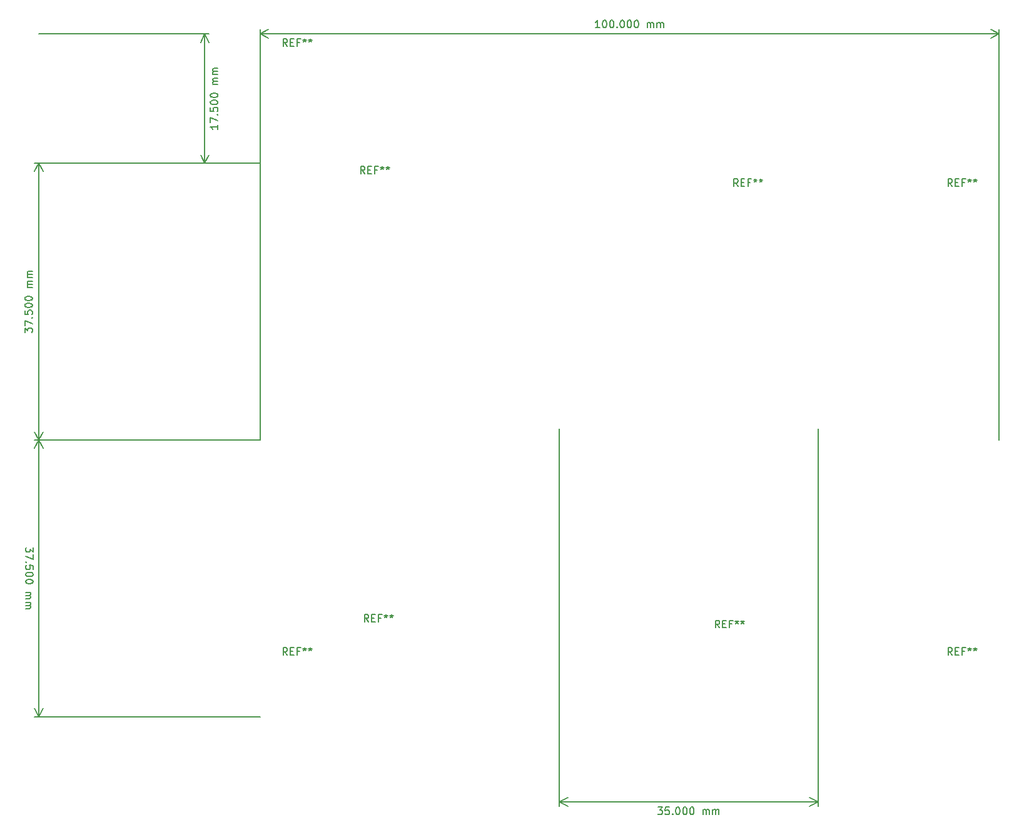
<source format=gbr>
%TF.GenerationSoftware,KiCad,Pcbnew,5.1.6-c6e7f7d~87~ubuntu20.04.1*%
%TF.CreationDate,2020-09-17T17:53:29+01:00*%
%TF.ProjectId,pcb-illuminator,7063622d-696c-46c7-956d-696e61746f72,rev?*%
%TF.SameCoordinates,Original*%
%TF.FileFunction,OtherDrawing,Comment*%
%FSLAX46Y46*%
G04 Gerber Fmt 4.6, Leading zero omitted, Abs format (unit mm)*
G04 Created by KiCad (PCBNEW 5.1.6-c6e7f7d~87~ubuntu20.04.1) date 2020-09-17 17:53:29*
%MOMM*%
%LPD*%
G01*
G04 APERTURE LIST*
%ADD10C,0.150000*%
G04 APERTURE END LIST*
D10*
X148809523Y-164752380D02*
X149428571Y-164752380D01*
X149095238Y-165133333D01*
X149238095Y-165133333D01*
X149333333Y-165180952D01*
X149380952Y-165228571D01*
X149428571Y-165323809D01*
X149428571Y-165561904D01*
X149380952Y-165657142D01*
X149333333Y-165704761D01*
X149238095Y-165752380D01*
X148952380Y-165752380D01*
X148857142Y-165704761D01*
X148809523Y-165657142D01*
X150333333Y-164752380D02*
X149857142Y-164752380D01*
X149809523Y-165228571D01*
X149857142Y-165180952D01*
X149952380Y-165133333D01*
X150190476Y-165133333D01*
X150285714Y-165180952D01*
X150333333Y-165228571D01*
X150380952Y-165323809D01*
X150380952Y-165561904D01*
X150333333Y-165657142D01*
X150285714Y-165704761D01*
X150190476Y-165752380D01*
X149952380Y-165752380D01*
X149857142Y-165704761D01*
X149809523Y-165657142D01*
X150809523Y-165657142D02*
X150857142Y-165704761D01*
X150809523Y-165752380D01*
X150761904Y-165704761D01*
X150809523Y-165657142D01*
X150809523Y-165752380D01*
X151476190Y-164752380D02*
X151571428Y-164752380D01*
X151666666Y-164800000D01*
X151714285Y-164847619D01*
X151761904Y-164942857D01*
X151809523Y-165133333D01*
X151809523Y-165371428D01*
X151761904Y-165561904D01*
X151714285Y-165657142D01*
X151666666Y-165704761D01*
X151571428Y-165752380D01*
X151476190Y-165752380D01*
X151380952Y-165704761D01*
X151333333Y-165657142D01*
X151285714Y-165561904D01*
X151238095Y-165371428D01*
X151238095Y-165133333D01*
X151285714Y-164942857D01*
X151333333Y-164847619D01*
X151380952Y-164800000D01*
X151476190Y-164752380D01*
X152428571Y-164752380D02*
X152523809Y-164752380D01*
X152619047Y-164800000D01*
X152666666Y-164847619D01*
X152714285Y-164942857D01*
X152761904Y-165133333D01*
X152761904Y-165371428D01*
X152714285Y-165561904D01*
X152666666Y-165657142D01*
X152619047Y-165704761D01*
X152523809Y-165752380D01*
X152428571Y-165752380D01*
X152333333Y-165704761D01*
X152285714Y-165657142D01*
X152238095Y-165561904D01*
X152190476Y-165371428D01*
X152190476Y-165133333D01*
X152238095Y-164942857D01*
X152285714Y-164847619D01*
X152333333Y-164800000D01*
X152428571Y-164752380D01*
X153380952Y-164752380D02*
X153476190Y-164752380D01*
X153571428Y-164800000D01*
X153619047Y-164847619D01*
X153666666Y-164942857D01*
X153714285Y-165133333D01*
X153714285Y-165371428D01*
X153666666Y-165561904D01*
X153619047Y-165657142D01*
X153571428Y-165704761D01*
X153476190Y-165752380D01*
X153380952Y-165752380D01*
X153285714Y-165704761D01*
X153238095Y-165657142D01*
X153190476Y-165561904D01*
X153142857Y-165371428D01*
X153142857Y-165133333D01*
X153190476Y-164942857D01*
X153238095Y-164847619D01*
X153285714Y-164800000D01*
X153380952Y-164752380D01*
X154904761Y-165752380D02*
X154904761Y-165085714D01*
X154904761Y-165180952D02*
X154952380Y-165133333D01*
X155047619Y-165085714D01*
X155190476Y-165085714D01*
X155285714Y-165133333D01*
X155333333Y-165228571D01*
X155333333Y-165752380D01*
X155333333Y-165228571D02*
X155380952Y-165133333D01*
X155476190Y-165085714D01*
X155619047Y-165085714D01*
X155714285Y-165133333D01*
X155761904Y-165228571D01*
X155761904Y-165752380D01*
X156238095Y-165752380D02*
X156238095Y-165085714D01*
X156238095Y-165180952D02*
X156285714Y-165133333D01*
X156380952Y-165085714D01*
X156523809Y-165085714D01*
X156619047Y-165133333D01*
X156666666Y-165228571D01*
X156666666Y-165752380D01*
X156666666Y-165228571D02*
X156714285Y-165133333D01*
X156809523Y-165085714D01*
X156952380Y-165085714D01*
X157047619Y-165133333D01*
X157095238Y-165228571D01*
X157095238Y-165752380D01*
X135500000Y-164000000D02*
X170500000Y-164000000D01*
X135500000Y-113500000D02*
X135500000Y-164586421D01*
X170500000Y-113500000D02*
X170500000Y-164586421D01*
X170500000Y-164000000D02*
X169373496Y-164586421D01*
X170500000Y-164000000D02*
X169373496Y-163413579D01*
X135500000Y-164000000D02*
X136626504Y-164586421D01*
X135500000Y-164000000D02*
X136626504Y-163413579D01*
X89252380Y-72321428D02*
X89252380Y-72892857D01*
X89252380Y-72607142D02*
X88252380Y-72607142D01*
X88395238Y-72702380D01*
X88490476Y-72797619D01*
X88538095Y-72892857D01*
X88252380Y-71988095D02*
X88252380Y-71321428D01*
X89252380Y-71750000D01*
X89157142Y-70940476D02*
X89204761Y-70892857D01*
X89252380Y-70940476D01*
X89204761Y-70988095D01*
X89157142Y-70940476D01*
X89252380Y-70940476D01*
X88252380Y-69988095D02*
X88252380Y-70464285D01*
X88728571Y-70511904D01*
X88680952Y-70464285D01*
X88633333Y-70369047D01*
X88633333Y-70130952D01*
X88680952Y-70035714D01*
X88728571Y-69988095D01*
X88823809Y-69940476D01*
X89061904Y-69940476D01*
X89157142Y-69988095D01*
X89204761Y-70035714D01*
X89252380Y-70130952D01*
X89252380Y-70369047D01*
X89204761Y-70464285D01*
X89157142Y-70511904D01*
X88252380Y-69321428D02*
X88252380Y-69226190D01*
X88300000Y-69130952D01*
X88347619Y-69083333D01*
X88442857Y-69035714D01*
X88633333Y-68988095D01*
X88871428Y-68988095D01*
X89061904Y-69035714D01*
X89157142Y-69083333D01*
X89204761Y-69130952D01*
X89252380Y-69226190D01*
X89252380Y-69321428D01*
X89204761Y-69416666D01*
X89157142Y-69464285D01*
X89061904Y-69511904D01*
X88871428Y-69559523D01*
X88633333Y-69559523D01*
X88442857Y-69511904D01*
X88347619Y-69464285D01*
X88300000Y-69416666D01*
X88252380Y-69321428D01*
X88252380Y-68369047D02*
X88252380Y-68273809D01*
X88300000Y-68178571D01*
X88347619Y-68130952D01*
X88442857Y-68083333D01*
X88633333Y-68035714D01*
X88871428Y-68035714D01*
X89061904Y-68083333D01*
X89157142Y-68130952D01*
X89204761Y-68178571D01*
X89252380Y-68273809D01*
X89252380Y-68369047D01*
X89204761Y-68464285D01*
X89157142Y-68511904D01*
X89061904Y-68559523D01*
X88871428Y-68607142D01*
X88633333Y-68607142D01*
X88442857Y-68559523D01*
X88347619Y-68511904D01*
X88300000Y-68464285D01*
X88252380Y-68369047D01*
X89252380Y-66845238D02*
X88585714Y-66845238D01*
X88680952Y-66845238D02*
X88633333Y-66797619D01*
X88585714Y-66702380D01*
X88585714Y-66559523D01*
X88633333Y-66464285D01*
X88728571Y-66416666D01*
X89252380Y-66416666D01*
X88728571Y-66416666D02*
X88633333Y-66369047D01*
X88585714Y-66273809D01*
X88585714Y-66130952D01*
X88633333Y-66035714D01*
X88728571Y-65988095D01*
X89252380Y-65988095D01*
X89252380Y-65511904D02*
X88585714Y-65511904D01*
X88680952Y-65511904D02*
X88633333Y-65464285D01*
X88585714Y-65369047D01*
X88585714Y-65226190D01*
X88633333Y-65130952D01*
X88728571Y-65083333D01*
X89252380Y-65083333D01*
X88728571Y-65083333D02*
X88633333Y-65035714D01*
X88585714Y-64940476D01*
X88585714Y-64797619D01*
X88633333Y-64702380D01*
X88728571Y-64654761D01*
X89252380Y-64654761D01*
X87500000Y-77500000D02*
X87500000Y-60000000D01*
X65000000Y-77500000D02*
X88086421Y-77500000D01*
X65000000Y-60000000D02*
X88086421Y-60000000D01*
X87500000Y-60000000D02*
X88086421Y-61126504D01*
X87500000Y-60000000D02*
X86913579Y-61126504D01*
X87500000Y-77500000D02*
X88086421Y-76373496D01*
X87500000Y-77500000D02*
X86913579Y-76373496D01*
X63152380Y-100440476D02*
X63152380Y-99821428D01*
X63533333Y-100154761D01*
X63533333Y-100011904D01*
X63580952Y-99916666D01*
X63628571Y-99869047D01*
X63723809Y-99821428D01*
X63961904Y-99821428D01*
X64057142Y-99869047D01*
X64104761Y-99916666D01*
X64152380Y-100011904D01*
X64152380Y-100297619D01*
X64104761Y-100392857D01*
X64057142Y-100440476D01*
X63152380Y-99488095D02*
X63152380Y-98821428D01*
X64152380Y-99250000D01*
X64057142Y-98440476D02*
X64104761Y-98392857D01*
X64152380Y-98440476D01*
X64104761Y-98488095D01*
X64057142Y-98440476D01*
X64152380Y-98440476D01*
X63152380Y-97488095D02*
X63152380Y-97964285D01*
X63628571Y-98011904D01*
X63580952Y-97964285D01*
X63533333Y-97869047D01*
X63533333Y-97630952D01*
X63580952Y-97535714D01*
X63628571Y-97488095D01*
X63723809Y-97440476D01*
X63961904Y-97440476D01*
X64057142Y-97488095D01*
X64104761Y-97535714D01*
X64152380Y-97630952D01*
X64152380Y-97869047D01*
X64104761Y-97964285D01*
X64057142Y-98011904D01*
X63152380Y-96821428D02*
X63152380Y-96726190D01*
X63200000Y-96630952D01*
X63247619Y-96583333D01*
X63342857Y-96535714D01*
X63533333Y-96488095D01*
X63771428Y-96488095D01*
X63961904Y-96535714D01*
X64057142Y-96583333D01*
X64104761Y-96630952D01*
X64152380Y-96726190D01*
X64152380Y-96821428D01*
X64104761Y-96916666D01*
X64057142Y-96964285D01*
X63961904Y-97011904D01*
X63771428Y-97059523D01*
X63533333Y-97059523D01*
X63342857Y-97011904D01*
X63247619Y-96964285D01*
X63200000Y-96916666D01*
X63152380Y-96821428D01*
X63152380Y-95869047D02*
X63152380Y-95773809D01*
X63200000Y-95678571D01*
X63247619Y-95630952D01*
X63342857Y-95583333D01*
X63533333Y-95535714D01*
X63771428Y-95535714D01*
X63961904Y-95583333D01*
X64057142Y-95630952D01*
X64104761Y-95678571D01*
X64152380Y-95773809D01*
X64152380Y-95869047D01*
X64104761Y-95964285D01*
X64057142Y-96011904D01*
X63961904Y-96059523D01*
X63771428Y-96107142D01*
X63533333Y-96107142D01*
X63342857Y-96059523D01*
X63247619Y-96011904D01*
X63200000Y-95964285D01*
X63152380Y-95869047D01*
X64152380Y-94345238D02*
X63485714Y-94345238D01*
X63580952Y-94345238D02*
X63533333Y-94297619D01*
X63485714Y-94202380D01*
X63485714Y-94059523D01*
X63533333Y-93964285D01*
X63628571Y-93916666D01*
X64152380Y-93916666D01*
X63628571Y-93916666D02*
X63533333Y-93869047D01*
X63485714Y-93773809D01*
X63485714Y-93630952D01*
X63533333Y-93535714D01*
X63628571Y-93488095D01*
X64152380Y-93488095D01*
X64152380Y-93011904D02*
X63485714Y-93011904D01*
X63580952Y-93011904D02*
X63533333Y-92964285D01*
X63485714Y-92869047D01*
X63485714Y-92726190D01*
X63533333Y-92630952D01*
X63628571Y-92583333D01*
X64152380Y-92583333D01*
X63628571Y-92583333D02*
X63533333Y-92535714D01*
X63485714Y-92440476D01*
X63485714Y-92297619D01*
X63533333Y-92202380D01*
X63628571Y-92154761D01*
X64152380Y-92154761D01*
X65000000Y-115000000D02*
X65000000Y-77500000D01*
X95000000Y-115000000D02*
X64413579Y-115000000D01*
X95000000Y-77500000D02*
X64413579Y-77500000D01*
X65000000Y-77500000D02*
X65586421Y-78626504D01*
X65000000Y-77500000D02*
X64413579Y-78626504D01*
X65000000Y-115000000D02*
X65586421Y-113873496D01*
X65000000Y-115000000D02*
X64413579Y-113873496D01*
X64247619Y-129559523D02*
X64247619Y-130178571D01*
X63866666Y-129845238D01*
X63866666Y-129988095D01*
X63819047Y-130083333D01*
X63771428Y-130130952D01*
X63676190Y-130178571D01*
X63438095Y-130178571D01*
X63342857Y-130130952D01*
X63295238Y-130083333D01*
X63247619Y-129988095D01*
X63247619Y-129702380D01*
X63295238Y-129607142D01*
X63342857Y-129559523D01*
X64247619Y-130511904D02*
X64247619Y-131178571D01*
X63247619Y-130750000D01*
X63342857Y-131559523D02*
X63295238Y-131607142D01*
X63247619Y-131559523D01*
X63295238Y-131511904D01*
X63342857Y-131559523D01*
X63247619Y-131559523D01*
X64247619Y-132511904D02*
X64247619Y-132035714D01*
X63771428Y-131988095D01*
X63819047Y-132035714D01*
X63866666Y-132130952D01*
X63866666Y-132369047D01*
X63819047Y-132464285D01*
X63771428Y-132511904D01*
X63676190Y-132559523D01*
X63438095Y-132559523D01*
X63342857Y-132511904D01*
X63295238Y-132464285D01*
X63247619Y-132369047D01*
X63247619Y-132130952D01*
X63295238Y-132035714D01*
X63342857Y-131988095D01*
X64247619Y-133178571D02*
X64247619Y-133273809D01*
X64200000Y-133369047D01*
X64152380Y-133416666D01*
X64057142Y-133464285D01*
X63866666Y-133511904D01*
X63628571Y-133511904D01*
X63438095Y-133464285D01*
X63342857Y-133416666D01*
X63295238Y-133369047D01*
X63247619Y-133273809D01*
X63247619Y-133178571D01*
X63295238Y-133083333D01*
X63342857Y-133035714D01*
X63438095Y-132988095D01*
X63628571Y-132940476D01*
X63866666Y-132940476D01*
X64057142Y-132988095D01*
X64152380Y-133035714D01*
X64200000Y-133083333D01*
X64247619Y-133178571D01*
X64247619Y-134130952D02*
X64247619Y-134226190D01*
X64200000Y-134321428D01*
X64152380Y-134369047D01*
X64057142Y-134416666D01*
X63866666Y-134464285D01*
X63628571Y-134464285D01*
X63438095Y-134416666D01*
X63342857Y-134369047D01*
X63295238Y-134321428D01*
X63247619Y-134226190D01*
X63247619Y-134130952D01*
X63295238Y-134035714D01*
X63342857Y-133988095D01*
X63438095Y-133940476D01*
X63628571Y-133892857D01*
X63866666Y-133892857D01*
X64057142Y-133940476D01*
X64152380Y-133988095D01*
X64200000Y-134035714D01*
X64247619Y-134130952D01*
X63247619Y-135654761D02*
X63914285Y-135654761D01*
X63819047Y-135654761D02*
X63866666Y-135702380D01*
X63914285Y-135797619D01*
X63914285Y-135940476D01*
X63866666Y-136035714D01*
X63771428Y-136083333D01*
X63247619Y-136083333D01*
X63771428Y-136083333D02*
X63866666Y-136130952D01*
X63914285Y-136226190D01*
X63914285Y-136369047D01*
X63866666Y-136464285D01*
X63771428Y-136511904D01*
X63247619Y-136511904D01*
X63247619Y-136988095D02*
X63914285Y-136988095D01*
X63819047Y-136988095D02*
X63866666Y-137035714D01*
X63914285Y-137130952D01*
X63914285Y-137273809D01*
X63866666Y-137369047D01*
X63771428Y-137416666D01*
X63247619Y-137416666D01*
X63771428Y-137416666D02*
X63866666Y-137464285D01*
X63914285Y-137559523D01*
X63914285Y-137702380D01*
X63866666Y-137797619D01*
X63771428Y-137845238D01*
X63247619Y-137845238D01*
X65000000Y-115000000D02*
X65000000Y-152500000D01*
X95000000Y-115000000D02*
X64413579Y-115000000D01*
X95000000Y-152500000D02*
X64413579Y-152500000D01*
X65000000Y-152500000D02*
X64413579Y-151373496D01*
X65000000Y-152500000D02*
X65586421Y-151373496D01*
X65000000Y-115000000D02*
X64413579Y-116126504D01*
X65000000Y-115000000D02*
X65586421Y-116126504D01*
X140952380Y-59152380D02*
X140380952Y-59152380D01*
X140666666Y-59152380D02*
X140666666Y-58152380D01*
X140571428Y-58295238D01*
X140476190Y-58390476D01*
X140380952Y-58438095D01*
X141571428Y-58152380D02*
X141666666Y-58152380D01*
X141761904Y-58200000D01*
X141809523Y-58247619D01*
X141857142Y-58342857D01*
X141904761Y-58533333D01*
X141904761Y-58771428D01*
X141857142Y-58961904D01*
X141809523Y-59057142D01*
X141761904Y-59104761D01*
X141666666Y-59152380D01*
X141571428Y-59152380D01*
X141476190Y-59104761D01*
X141428571Y-59057142D01*
X141380952Y-58961904D01*
X141333333Y-58771428D01*
X141333333Y-58533333D01*
X141380952Y-58342857D01*
X141428571Y-58247619D01*
X141476190Y-58200000D01*
X141571428Y-58152380D01*
X142523809Y-58152380D02*
X142619047Y-58152380D01*
X142714285Y-58200000D01*
X142761904Y-58247619D01*
X142809523Y-58342857D01*
X142857142Y-58533333D01*
X142857142Y-58771428D01*
X142809523Y-58961904D01*
X142761904Y-59057142D01*
X142714285Y-59104761D01*
X142619047Y-59152380D01*
X142523809Y-59152380D01*
X142428571Y-59104761D01*
X142380952Y-59057142D01*
X142333333Y-58961904D01*
X142285714Y-58771428D01*
X142285714Y-58533333D01*
X142333333Y-58342857D01*
X142380952Y-58247619D01*
X142428571Y-58200000D01*
X142523809Y-58152380D01*
X143285714Y-59057142D02*
X143333333Y-59104761D01*
X143285714Y-59152380D01*
X143238095Y-59104761D01*
X143285714Y-59057142D01*
X143285714Y-59152380D01*
X143952380Y-58152380D02*
X144047619Y-58152380D01*
X144142857Y-58200000D01*
X144190476Y-58247619D01*
X144238095Y-58342857D01*
X144285714Y-58533333D01*
X144285714Y-58771428D01*
X144238095Y-58961904D01*
X144190476Y-59057142D01*
X144142857Y-59104761D01*
X144047619Y-59152380D01*
X143952380Y-59152380D01*
X143857142Y-59104761D01*
X143809523Y-59057142D01*
X143761904Y-58961904D01*
X143714285Y-58771428D01*
X143714285Y-58533333D01*
X143761904Y-58342857D01*
X143809523Y-58247619D01*
X143857142Y-58200000D01*
X143952380Y-58152380D01*
X144904761Y-58152380D02*
X145000000Y-58152380D01*
X145095238Y-58200000D01*
X145142857Y-58247619D01*
X145190476Y-58342857D01*
X145238095Y-58533333D01*
X145238095Y-58771428D01*
X145190476Y-58961904D01*
X145142857Y-59057142D01*
X145095238Y-59104761D01*
X145000000Y-59152380D01*
X144904761Y-59152380D01*
X144809523Y-59104761D01*
X144761904Y-59057142D01*
X144714285Y-58961904D01*
X144666666Y-58771428D01*
X144666666Y-58533333D01*
X144714285Y-58342857D01*
X144761904Y-58247619D01*
X144809523Y-58200000D01*
X144904761Y-58152380D01*
X145857142Y-58152380D02*
X145952380Y-58152380D01*
X146047619Y-58200000D01*
X146095238Y-58247619D01*
X146142857Y-58342857D01*
X146190476Y-58533333D01*
X146190476Y-58771428D01*
X146142857Y-58961904D01*
X146095238Y-59057142D01*
X146047619Y-59104761D01*
X145952380Y-59152380D01*
X145857142Y-59152380D01*
X145761904Y-59104761D01*
X145714285Y-59057142D01*
X145666666Y-58961904D01*
X145619047Y-58771428D01*
X145619047Y-58533333D01*
X145666666Y-58342857D01*
X145714285Y-58247619D01*
X145761904Y-58200000D01*
X145857142Y-58152380D01*
X147380952Y-59152380D02*
X147380952Y-58485714D01*
X147380952Y-58580952D02*
X147428571Y-58533333D01*
X147523809Y-58485714D01*
X147666666Y-58485714D01*
X147761904Y-58533333D01*
X147809523Y-58628571D01*
X147809523Y-59152380D01*
X147809523Y-58628571D02*
X147857142Y-58533333D01*
X147952380Y-58485714D01*
X148095238Y-58485714D01*
X148190476Y-58533333D01*
X148238095Y-58628571D01*
X148238095Y-59152380D01*
X148714285Y-59152380D02*
X148714285Y-58485714D01*
X148714285Y-58580952D02*
X148761904Y-58533333D01*
X148857142Y-58485714D01*
X149000000Y-58485714D01*
X149095238Y-58533333D01*
X149142857Y-58628571D01*
X149142857Y-59152380D01*
X149142857Y-58628571D02*
X149190476Y-58533333D01*
X149285714Y-58485714D01*
X149428571Y-58485714D01*
X149523809Y-58533333D01*
X149571428Y-58628571D01*
X149571428Y-59152380D01*
X95000000Y-60000000D02*
X195000000Y-60000000D01*
X95000000Y-115000000D02*
X95000000Y-59413579D01*
X195000000Y-115000000D02*
X195000000Y-59413579D01*
X195000000Y-60000000D02*
X193873496Y-60586421D01*
X195000000Y-60000000D02*
X193873496Y-59413579D01*
X95000000Y-60000000D02*
X96126504Y-60586421D01*
X95000000Y-60000000D02*
X96126504Y-59413579D01*
%TO.C,REF\u002A\u002A*%
X157166666Y-140452380D02*
X156833333Y-139976190D01*
X156595238Y-140452380D02*
X156595238Y-139452380D01*
X156976190Y-139452380D01*
X157071428Y-139500000D01*
X157119047Y-139547619D01*
X157166666Y-139642857D01*
X157166666Y-139785714D01*
X157119047Y-139880952D01*
X157071428Y-139928571D01*
X156976190Y-139976190D01*
X156595238Y-139976190D01*
X157595238Y-139928571D02*
X157928571Y-139928571D01*
X158071428Y-140452380D02*
X157595238Y-140452380D01*
X157595238Y-139452380D01*
X158071428Y-139452380D01*
X158833333Y-139928571D02*
X158500000Y-139928571D01*
X158500000Y-140452380D02*
X158500000Y-139452380D01*
X158976190Y-139452380D01*
X159500000Y-139452380D02*
X159500000Y-139690476D01*
X159261904Y-139595238D02*
X159500000Y-139690476D01*
X159738095Y-139595238D01*
X159357142Y-139880952D02*
X159500000Y-139690476D01*
X159642857Y-139880952D01*
X160261904Y-139452380D02*
X160261904Y-139690476D01*
X160023809Y-139595238D02*
X160261904Y-139690476D01*
X160500000Y-139595238D01*
X160119047Y-139880952D02*
X160261904Y-139690476D01*
X160404761Y-139880952D01*
X109666666Y-139652380D02*
X109333333Y-139176190D01*
X109095238Y-139652380D02*
X109095238Y-138652380D01*
X109476190Y-138652380D01*
X109571428Y-138700000D01*
X109619047Y-138747619D01*
X109666666Y-138842857D01*
X109666666Y-138985714D01*
X109619047Y-139080952D01*
X109571428Y-139128571D01*
X109476190Y-139176190D01*
X109095238Y-139176190D01*
X110095238Y-139128571D02*
X110428571Y-139128571D01*
X110571428Y-139652380D02*
X110095238Y-139652380D01*
X110095238Y-138652380D01*
X110571428Y-138652380D01*
X111333333Y-139128571D02*
X111000000Y-139128571D01*
X111000000Y-139652380D02*
X111000000Y-138652380D01*
X111476190Y-138652380D01*
X112000000Y-138652380D02*
X112000000Y-138890476D01*
X111761904Y-138795238D02*
X112000000Y-138890476D01*
X112238095Y-138795238D01*
X111857142Y-139080952D02*
X112000000Y-138890476D01*
X112142857Y-139080952D01*
X112761904Y-138652380D02*
X112761904Y-138890476D01*
X112523809Y-138795238D02*
X112761904Y-138890476D01*
X113000000Y-138795238D01*
X112619047Y-139080952D02*
X112761904Y-138890476D01*
X112904761Y-139080952D01*
X109166666Y-78952380D02*
X108833333Y-78476190D01*
X108595238Y-78952380D02*
X108595238Y-77952380D01*
X108976190Y-77952380D01*
X109071428Y-78000000D01*
X109119047Y-78047619D01*
X109166666Y-78142857D01*
X109166666Y-78285714D01*
X109119047Y-78380952D01*
X109071428Y-78428571D01*
X108976190Y-78476190D01*
X108595238Y-78476190D01*
X109595238Y-78428571D02*
X109928571Y-78428571D01*
X110071428Y-78952380D02*
X109595238Y-78952380D01*
X109595238Y-77952380D01*
X110071428Y-77952380D01*
X110833333Y-78428571D02*
X110500000Y-78428571D01*
X110500000Y-78952380D02*
X110500000Y-77952380D01*
X110976190Y-77952380D01*
X111500000Y-77952380D02*
X111500000Y-78190476D01*
X111261904Y-78095238D02*
X111500000Y-78190476D01*
X111738095Y-78095238D01*
X111357142Y-78380952D02*
X111500000Y-78190476D01*
X111642857Y-78380952D01*
X112261904Y-77952380D02*
X112261904Y-78190476D01*
X112023809Y-78095238D02*
X112261904Y-78190476D01*
X112500000Y-78095238D01*
X112119047Y-78380952D02*
X112261904Y-78190476D01*
X112404761Y-78380952D01*
X159666666Y-80652380D02*
X159333333Y-80176190D01*
X159095238Y-80652380D02*
X159095238Y-79652380D01*
X159476190Y-79652380D01*
X159571428Y-79700000D01*
X159619047Y-79747619D01*
X159666666Y-79842857D01*
X159666666Y-79985714D01*
X159619047Y-80080952D01*
X159571428Y-80128571D01*
X159476190Y-80176190D01*
X159095238Y-80176190D01*
X160095238Y-80128571D02*
X160428571Y-80128571D01*
X160571428Y-80652380D02*
X160095238Y-80652380D01*
X160095238Y-79652380D01*
X160571428Y-79652380D01*
X161333333Y-80128571D02*
X161000000Y-80128571D01*
X161000000Y-80652380D02*
X161000000Y-79652380D01*
X161476190Y-79652380D01*
X162000000Y-79652380D02*
X162000000Y-79890476D01*
X161761904Y-79795238D02*
X162000000Y-79890476D01*
X162238095Y-79795238D01*
X161857142Y-80080952D02*
X162000000Y-79890476D01*
X162142857Y-80080952D01*
X162761904Y-79652380D02*
X162761904Y-79890476D01*
X162523809Y-79795238D02*
X162761904Y-79890476D01*
X163000000Y-79795238D01*
X162619047Y-80080952D02*
X162761904Y-79890476D01*
X162904761Y-80080952D01*
X188666666Y-144152380D02*
X188333333Y-143676190D01*
X188095238Y-144152380D02*
X188095238Y-143152380D01*
X188476190Y-143152380D01*
X188571428Y-143200000D01*
X188619047Y-143247619D01*
X188666666Y-143342857D01*
X188666666Y-143485714D01*
X188619047Y-143580952D01*
X188571428Y-143628571D01*
X188476190Y-143676190D01*
X188095238Y-143676190D01*
X189095238Y-143628571D02*
X189428571Y-143628571D01*
X189571428Y-144152380D02*
X189095238Y-144152380D01*
X189095238Y-143152380D01*
X189571428Y-143152380D01*
X190333333Y-143628571D02*
X190000000Y-143628571D01*
X190000000Y-144152380D02*
X190000000Y-143152380D01*
X190476190Y-143152380D01*
X191000000Y-143152380D02*
X191000000Y-143390476D01*
X190761904Y-143295238D02*
X191000000Y-143390476D01*
X191238095Y-143295238D01*
X190857142Y-143580952D02*
X191000000Y-143390476D01*
X191142857Y-143580952D01*
X191761904Y-143152380D02*
X191761904Y-143390476D01*
X191523809Y-143295238D02*
X191761904Y-143390476D01*
X192000000Y-143295238D01*
X191619047Y-143580952D02*
X191761904Y-143390476D01*
X191904761Y-143580952D01*
X98666666Y-61652380D02*
X98333333Y-61176190D01*
X98095238Y-61652380D02*
X98095238Y-60652380D01*
X98476190Y-60652380D01*
X98571428Y-60700000D01*
X98619047Y-60747619D01*
X98666666Y-60842857D01*
X98666666Y-60985714D01*
X98619047Y-61080952D01*
X98571428Y-61128571D01*
X98476190Y-61176190D01*
X98095238Y-61176190D01*
X99095238Y-61128571D02*
X99428571Y-61128571D01*
X99571428Y-61652380D02*
X99095238Y-61652380D01*
X99095238Y-60652380D01*
X99571428Y-60652380D01*
X100333333Y-61128571D02*
X100000000Y-61128571D01*
X100000000Y-61652380D02*
X100000000Y-60652380D01*
X100476190Y-60652380D01*
X101000000Y-60652380D02*
X101000000Y-60890476D01*
X100761904Y-60795238D02*
X101000000Y-60890476D01*
X101238095Y-60795238D01*
X100857142Y-61080952D02*
X101000000Y-60890476D01*
X101142857Y-61080952D01*
X101761904Y-60652380D02*
X101761904Y-60890476D01*
X101523809Y-60795238D02*
X101761904Y-60890476D01*
X102000000Y-60795238D01*
X101619047Y-61080952D02*
X101761904Y-60890476D01*
X101904761Y-61080952D01*
X188666666Y-80652380D02*
X188333333Y-80176190D01*
X188095238Y-80652380D02*
X188095238Y-79652380D01*
X188476190Y-79652380D01*
X188571428Y-79700000D01*
X188619047Y-79747619D01*
X188666666Y-79842857D01*
X188666666Y-79985714D01*
X188619047Y-80080952D01*
X188571428Y-80128571D01*
X188476190Y-80176190D01*
X188095238Y-80176190D01*
X189095238Y-80128571D02*
X189428571Y-80128571D01*
X189571428Y-80652380D02*
X189095238Y-80652380D01*
X189095238Y-79652380D01*
X189571428Y-79652380D01*
X190333333Y-80128571D02*
X190000000Y-80128571D01*
X190000000Y-80652380D02*
X190000000Y-79652380D01*
X190476190Y-79652380D01*
X191000000Y-79652380D02*
X191000000Y-79890476D01*
X190761904Y-79795238D02*
X191000000Y-79890476D01*
X191238095Y-79795238D01*
X190857142Y-80080952D02*
X191000000Y-79890476D01*
X191142857Y-80080952D01*
X191761904Y-79652380D02*
X191761904Y-79890476D01*
X191523809Y-79795238D02*
X191761904Y-79890476D01*
X192000000Y-79795238D01*
X191619047Y-80080952D02*
X191761904Y-79890476D01*
X191904761Y-80080952D01*
X98666666Y-144152380D02*
X98333333Y-143676190D01*
X98095238Y-144152380D02*
X98095238Y-143152380D01*
X98476190Y-143152380D01*
X98571428Y-143200000D01*
X98619047Y-143247619D01*
X98666666Y-143342857D01*
X98666666Y-143485714D01*
X98619047Y-143580952D01*
X98571428Y-143628571D01*
X98476190Y-143676190D01*
X98095238Y-143676190D01*
X99095238Y-143628571D02*
X99428571Y-143628571D01*
X99571428Y-144152380D02*
X99095238Y-144152380D01*
X99095238Y-143152380D01*
X99571428Y-143152380D01*
X100333333Y-143628571D02*
X100000000Y-143628571D01*
X100000000Y-144152380D02*
X100000000Y-143152380D01*
X100476190Y-143152380D01*
X101000000Y-143152380D02*
X101000000Y-143390476D01*
X100761904Y-143295238D02*
X101000000Y-143390476D01*
X101238095Y-143295238D01*
X100857142Y-143580952D02*
X101000000Y-143390476D01*
X101142857Y-143580952D01*
X101761904Y-143152380D02*
X101761904Y-143390476D01*
X101523809Y-143295238D02*
X101761904Y-143390476D01*
X102000000Y-143295238D01*
X101619047Y-143580952D02*
X101761904Y-143390476D01*
X101904761Y-143580952D01*
%TD*%
M02*

</source>
